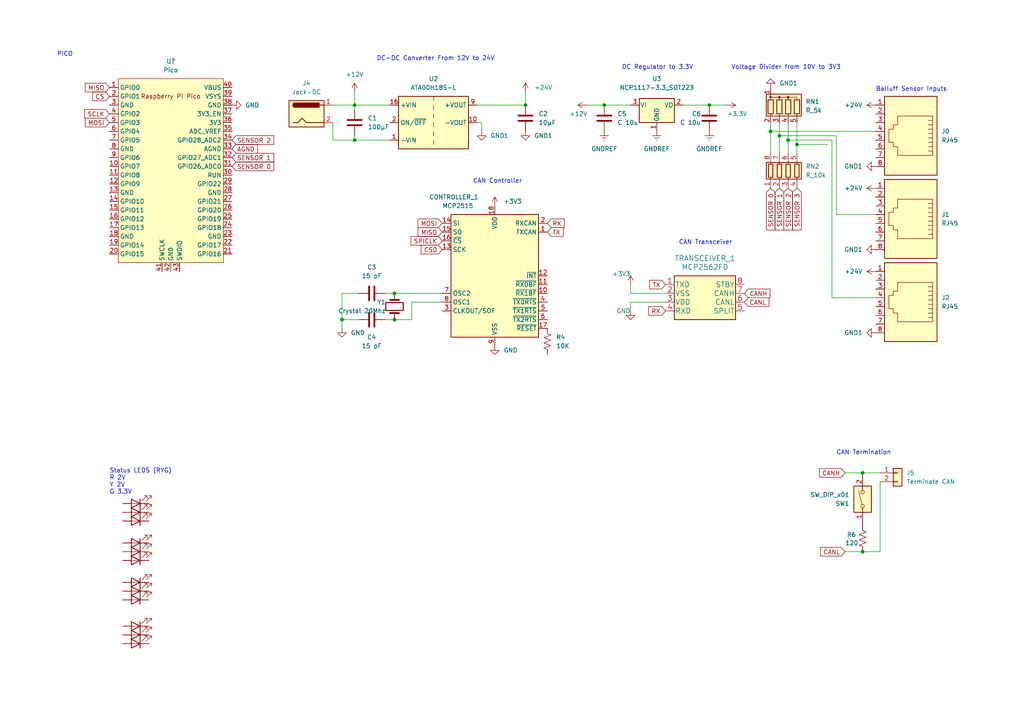
<source format=kicad_sch>
(kicad_sch (version 20211123) (generator eeschema)
  (paper "A4")
  (lib_symbols
    (symbol "Connector:Jack-DC" (pin_names (offset 1.016))
      (property "Reference" "J" (at 0 5.334 0))
      (property "Value" "Jack-DC" (at 0 -5.08 0))
      (symbol "Jack-DC_0_1"
        (rectangle (start -5.08 3.81) (end 5.08 -3.81) (stroke (width 0.254)) (fill (type background)))
        (arc (start -3.302 3.175) (mid -3.937 2.54) (end -3.302 1.905) (stroke (width 0.254)))
        (arc (start -3.302 3.175) (mid -3.937 2.54) (end -3.302 1.905) (stroke (width 0.254)) (fill (type outline)))
        (polyline (pts (xy 5.08 2.54) (xy 3.81 2.54)) (stroke (width 0.254)))
        (polyline (pts (xy -3.81 -2.54) (xy -2.54 -2.54) (xy -1.27 -1.27) (xy 0 -2.54) (xy 2.54 -2.54) (xy 5.08 -2.54)) (stroke (width 0.254)))
        (rectangle (start 3.683 3.175) (end -3.302 1.905) (stroke (width 0.254)) (fill (type outline)))
      )
      (symbol "Jack-DC_1_1"
        (pin passive line (at 7.62 2.54 180) (length 2.54) (name "~") (number "1"))
        (pin passive line (at 7.62 -2.54 180) (length 2.54) (name "~") (number "2"))
      )
    )
    (symbol "Connector:RJ45" (pin_names (offset 1.016))
      (property "Reference" "J" (at -5.08 13.97 0))
      (property "Value" "RJ45" (at 2.54 13.97 0))
      (symbol "RJ45_0_1"
        (polyline (pts (xy -5.08 4.445) (xy -6.35 4.445)))
        (polyline (pts (xy -5.08 5.715) (xy -6.35 5.715)))
        (polyline (pts (xy -6.35 -3.175) (xy -5.08 -3.175) (xy -5.08 -3.175)))
        (polyline (pts (xy -6.35 -1.905) (xy -5.08 -1.905) (xy -5.08 -1.905)))
        (polyline (pts (xy -6.35 -0.635) (xy -5.08 -0.635) (xy -5.08 -0.635)))
        (polyline (pts (xy -6.35 0.635) (xy -5.08 0.635) (xy -5.08 0.635)))
        (polyline (pts (xy -6.35 1.905) (xy -5.08 1.905) (xy -5.08 1.905)))
        (polyline (pts (xy -5.08 3.175) (xy -6.35 3.175) (xy -6.35 3.175)))
        (polyline (pts (xy -6.35 -4.445) (xy -6.35 6.985) (xy 3.81 6.985) (xy 3.81 4.445) (xy 5.08 4.445) (xy 5.08 3.175) (xy 6.35 3.175) (xy 6.35 -0.635) (xy 5.08 -0.635) (xy 5.08 -1.905) (xy 3.81 -1.905) (xy 3.81 -4.445) (xy -6.35 -4.445) (xy -6.35 -4.445)))
        (rectangle (start 7.62 12.7) (end -7.62 -10.16) (stroke (width 0.254)) (fill (type background)))
      )
      (symbol "RJ45_1_1"
        (pin passive line (at 10.16 -7.62 180) (length 2.54) (name "~") (number "1"))
        (pin passive line (at 10.16 -5.08 180) (length 2.54) (name "~") (number "2"))
        (pin passive line (at 10.16 -2.54 180) (length 2.54) (name "~") (number "3"))
        (pin passive line (at 10.16 0 180) (length 2.54) (name "~") (number "4"))
        (pin passive line (at 10.16 2.54 180) (length 2.54) (name "~") (number "5"))
        (pin passive line (at 10.16 5.08 180) (length 2.54) (name "~") (number "6"))
        (pin passive line (at 10.16 7.62 180) (length 2.54) (name "~") (number "7"))
        (pin passive line (at 10.16 10.16 180) (length 2.54) (name "~") (number "8"))
      )
    )
    (symbol "Connector_Generic:Conn_01x02" (pin_names (offset 1.016) hide)
      (property "Reference" "J" (at 0 2.54 0))
      (property "Value" "Conn_01x02" (at 0 -5.08 0))
      (symbol "Conn_01x02_1_1"
        (rectangle (start -1.27 -2.413) (end 0 -2.667) (stroke (width 0.1524)))
        (rectangle (start -1.27 0.127) (end 0 -0.127) (stroke (width 0.1524)))
        (rectangle (start -1.27 1.27) (end 1.27 -3.81) (stroke (width 0.254)) (fill (type background)))
        (pin passive line (at -5.08 0 0) (length 3.81) (name "Pin_1") (number "1"))
        (pin passive line (at -5.08 -2.54 0) (length 3.81) (name "Pin_2") (number "2"))
      )
    )
    (symbol "Converter_DCDC:ATA00H18S-L"
      (property "Reference" "U" (at 0 11.43 0))
      (property "Value" "ATA00H18S-L" (at 0 8.89 0))
      (symbol "ATA00H18S-L_0_1"
        (rectangle (start -10.16 7.62) (end 10.16 -7.62) (stroke (width 0.254)) (fill (type background)))
        (polyline (pts (xy 0 -5.08) (xy 0 -6.35)))
        (polyline (pts (xy 0 -2.54) (xy 0 -3.81)))
        (polyline (pts (xy 0 0) (xy 0 -1.27)))
        (polyline (pts (xy 0 2.54) (xy 0 1.27)))
        (polyline (pts (xy 0 5.08) (xy 0 3.81)))
        (polyline (pts (xy 0 7.62) (xy 0 6.35)))
      )
      (symbol "ATA00H18S-L_1_1"
        (pin power_in line (at -12.7 -5.08 0) (length 2.54) (name "-VIN") (number "1"))
        (pin power_out line (at 12.7 0 180) (length 2.54) (name "-VOUT") (number "10"))
        (pin power_in line (at -12.7 5.08 0) (length 2.54) (name "+VIN") (number "16"))
        (pin input line (at -12.7 0 0) (length 2.54) (name "ON/~{OFF}") (number "2"))
        (pin no_connect line (at 10.16 -2.54 180) (length 2.54) hide (name "NC") (number "7"))
        (pin no_connect line (at 10.16 -5.08 180) (length 2.54) hide (name "NC") (number "8"))
        (pin power_out line (at 12.7 5.08 180) (length 2.54) (name "+VOUT") (number "9"))
      )
    )
    (symbol "Device:C" (pin_numbers hide) (pin_names (offset 0.254))
      (property "Reference" "C" (at 0.635 2.54 0))
      (property "Value" "C" (at 0.635 -2.54 0))
      (symbol "C_0_1"
        (polyline (pts (xy -2.032 -0.762) (xy 2.032 -0.762)) (stroke (width 0.508)))
        (polyline (pts (xy -2.032 0.762) (xy 2.032 0.762)) (stroke (width 0.508)))
      )
      (symbol "C_1_1"
        (pin passive line (at 0 3.81 270) (length 2.794) (name "~") (number "1"))
        (pin passive line (at 0 -3.81 90) (length 2.794) (name "~") (number "2"))
      )
    )
    (symbol "Device:Crystal" (pin_numbers hide) (pin_names (offset 1.016) hide)
      (property "Reference" "Y" (at 0 3.81 0))
      (property "Value" "Crystal" (at 0 -3.81 0))
      (symbol "Crystal_0_1"
        (rectangle (start -1.143 2.54) (end 1.143 -2.54) (stroke (width 0.3048)))
        (polyline (pts (xy -2.54 0) (xy -1.905 0)))
        (polyline (pts (xy -1.905 -1.27) (xy -1.905 1.27)) (stroke (width 0.508)))
        (polyline (pts (xy 1.905 -1.27) (xy 1.905 1.27)) (stroke (width 0.508)))
        (polyline (pts (xy 2.54 0) (xy 1.905 0)))
      )
      (symbol "Crystal_1_1"
        (pin passive line (at -3.81 0 0) (length 1.27) (name "1") (number "1"))
        (pin passive line (at 3.81 0 180) (length 1.27) (name "2") (number "2"))
      )
    )
    (symbol "Device:LED" (pin_numbers hide) (pin_names (offset 1.016) hide)
      (property "Reference" "D" (at 0 2.54 0))
      (property "Value" "LED" (at 0 -2.54 0))
      (symbol "LED_0_1"
        (polyline (pts (xy -1.27 -1.27) (xy -1.27 1.27)) (stroke (width 0.254)))
        (polyline (pts (xy -1.27 0) (xy 1.27 0)))
        (polyline (pts (xy 1.27 -1.27) (xy 1.27 1.27) (xy -1.27 0) (xy 1.27 -1.27)) (stroke (width 0.254)))
        (polyline (pts (xy -3.048 -0.762) (xy -4.572 -2.286) (xy -3.81 -2.286) (xy -4.572 -2.286) (xy -4.572 -1.524)))
        (polyline (pts (xy -1.778 -0.762) (xy -3.302 -2.286) (xy -2.54 -2.286) (xy -3.302 -2.286) (xy -3.302 -1.524)))
      )
      (symbol "LED_1_1"
        (pin passive line (at -3.81 0 0) (length 2.54) (name "K") (number "1"))
        (pin passive line (at 3.81 0 180) (length 2.54) (name "A") (number "2"))
      )
    )
    (symbol "Device:R_Network04" (pin_names (offset 0) hide)
      (property "Reference" "RN" (at -7.62 0 90))
      (property "Value" "R_Network04" (at 5.08 0 90))
      (symbol "R_Network04_0_1"
        (rectangle (start -6.35 -3.175) (end 3.81 3.175) (stroke (width 0.254)) (fill (type background)))
        (rectangle (start -5.842 1.524) (end -4.318 -2.54) (stroke (width 0.254)))
        (circle (center -5.08 2.286) (radius 0.254) (fill (type outline)))
        (rectangle (start -3.302 1.524) (end -1.778 -2.54) (stroke (width 0.254)))
        (circle (center -2.54 2.286) (radius 0.254) (fill (type outline)))
        (rectangle (start -0.762 1.524) (end 0.762 -2.54) (stroke (width 0.254)))
        (polyline (pts (xy -5.08 -2.54) (xy -5.08 -3.81)))
        (polyline (pts (xy -2.54 -2.54) (xy -2.54 -3.81)))
        (polyline (pts (xy 0 -2.54) (xy 0 -3.81)))
        (polyline (pts (xy 2.54 -2.54) (xy 2.54 -3.81)))
        (polyline (pts (xy -5.08 1.524) (xy -5.08 2.286) (xy -2.54 2.286) (xy -2.54 1.524)))
        (polyline (pts (xy -2.54 1.524) (xy -2.54 2.286) (xy 0 2.286) (xy 0 1.524)))
        (polyline (pts (xy 0 1.524) (xy 0 2.286) (xy 2.54 2.286) (xy 2.54 1.524)))
        (circle (center 0 2.286) (radius 0.254) (fill (type outline)))
        (rectangle (start 1.778 1.524) (end 3.302 -2.54) (stroke (width 0.254)))
      )
      (symbol "R_Network04_1_1"
        (pin passive line (at -5.08 5.08 270) (length 2.54) (name "common") (number "1"))
        (pin passive line (at -5.08 -5.08 90) (length 1.27) (name "R1") (number "2"))
        (pin passive line (at -2.54 -5.08 90) (length 1.27) (name "R2") (number "3"))
        (pin passive line (at 0 -5.08 90) (length 1.27) (name "R3") (number "4"))
        (pin passive line (at 2.54 -5.08 90) (length 1.27) (name "R4") (number "5"))
      )
    )
    (symbol "Device:R_Pack04" (pin_names (offset 0) hide)
      (property "Reference" "RN" (at -7.62 0 90))
      (property "Value" "R_Pack04" (at 5.08 0 90))
      (symbol "R_Pack04_0_1"
        (rectangle (start -6.35 -2.413) (end 3.81 2.413) (stroke (width 0.254)) (fill (type background)))
        (rectangle (start -5.715 1.905) (end -4.445 -1.905) (stroke (width 0.254)))
        (rectangle (start -3.175 1.905) (end -1.905 -1.905) (stroke (width 0.254)))
        (rectangle (start -0.635 1.905) (end 0.635 -1.905) (stroke (width 0.254)))
        (polyline (pts (xy -5.08 -2.54) (xy -5.08 -1.905)))
        (polyline (pts (xy -5.08 1.905) (xy -5.08 2.54)))
        (polyline (pts (xy -2.54 -2.54) (xy -2.54 -1.905)))
        (polyline (pts (xy -2.54 1.905) (xy -2.54 2.54)))
        (polyline (pts (xy 0 -2.54) (xy 0 -1.905)))
        (polyline (pts (xy 0 1.905) (xy 0 2.54)))
        (polyline (pts (xy 2.54 -2.54) (xy 2.54 -1.905)))
        (polyline (pts (xy 2.54 1.905) (xy 2.54 2.54)))
        (rectangle (start 1.905 1.905) (end 3.175 -1.905) (stroke (width 0.254)))
      )
      (symbol "R_Pack04_1_1"
        (pin passive line (at -5.08 -5.08 90) (length 2.54) (name "R1.1") (number "1"))
        (pin passive line (at -2.54 -5.08 90) (length 2.54) (name "R2.1") (number "2"))
        (pin passive line (at 0 -5.08 90) (length 2.54) (name "R3.1") (number "3"))
        (pin passive line (at 2.54 -5.08 90) (length 2.54) (name "R4.1") (number "4"))
        (pin passive line (at 2.54 5.08 270) (length 2.54) (name "R4.2") (number "5"))
        (pin passive line (at 0 5.08 270) (length 2.54) (name "R3.2") (number "6"))
        (pin passive line (at -2.54 5.08 270) (length 2.54) (name "R2.2") (number "7"))
        (pin passive line (at -5.08 5.08 270) (length 2.54) (name "R1.2") (number "8"))
      )
    )
    (symbol "Device:R_US" (pin_numbers hide) (pin_names (offset 0))
      (property "Reference" "R" (at 2.54 0 90))
      (property "Value" "R_US" (at -2.54 0 90))
      (symbol "R_US_0_1"
        (polyline (pts (xy 0 -2.286) (xy 0 -2.54)))
        (polyline (pts (xy 0 2.286) (xy 0 2.54)))
        (polyline (pts (xy 0 -0.762) (xy 1.016 -1.143) (xy 0 -1.524) (xy -1.016 -1.905) (xy 0 -2.286)))
        (polyline (pts (xy 0 0.762) (xy 1.016 0.381) (xy 0 0) (xy -1.016 -0.381) (xy 0 -0.762)))
        (polyline (pts (xy 0 2.286) (xy 1.016 1.905) (xy 0 1.524) (xy -1.016 1.143) (xy 0 0.762)))
      )
      (symbol "R_US_1_1"
        (pin passive line (at 0 3.81 270) (length 1.27) (name "~") (number "1"))
        (pin passive line (at 0 -3.81 90) (length 1.27) (name "~") (number "2"))
      )
    )
    (symbol "Interface_CAN_LIN:MCP2515-xSO"
      (property "Reference" "U" (at -10.16 19.685 0))
      (property "Value" "MCP2515-xSO" (at 19.05 20.32 0))
      (symbol "MCP2515-xSO_0_1"
        (rectangle (start -12.7 17.78) (end 12.7 -17.78) (stroke (width 0.254)) (fill (type background)))
      )
      (symbol "MCP2515-xSO_1_1"
        (pin output line (at 15.24 12.7 180) (length 2.54) (name "TXCAN") (number "1"))
        (pin output line (at 15.24 -5.08 180) (length 2.54) (name "~{RX1BF}") (number "10"))
        (pin output line (at 15.24 -2.54 180) (length 2.54) (name "~{RX0BF}") (number "11"))
        (pin output line (at 15.24 0 180) (length 2.54) (name "~{INT}") (number "12"))
        (pin input line (at -15.24 7.62 0) (length 2.54) (name "SCK") (number "13"))
        (pin input line (at -15.24 15.24 0) (length 2.54) (name "SI") (number "14"))
        (pin output line (at -15.24 12.7 0) (length 2.54) (name "SO") (number "15"))
        (pin input line (at -15.24 10.16 0) (length 2.54) (name "~{CS}") (number "16"))
        (pin input line (at 15.24 -15.24 180) (length 2.54) (name "~{RESET}") (number "17"))
        (pin power_in line (at 0 20.32 270) (length 2.54) (name "VDD") (number "18"))
        (pin input line (at 15.24 15.24 180) (length 2.54) (name "RXCAN") (number "2"))
        (pin output line (at -15.24 -10.16 0) (length 2.54) (name "CLKOUT/SOF") (number "3"))
        (pin input line (at 15.24 -7.62 180) (length 2.54) (name "~{TX0RTS}") (number "4"))
        (pin input line (at 15.24 -10.16 180) (length 2.54) (name "~{TX1RTS}") (number "5"))
        (pin input line (at 15.24 -12.7 180) (length 2.54) (name "~{TX2RTS}") (number "6"))
        (pin output line (at -15.24 -5.08 0) (length 2.54) (name "OSC2") (number "7"))
        (pin input line (at -15.24 -7.62 0) (length 2.54) (name "OSC1") (number "8"))
        (pin power_in line (at 0 -20.32 90) (length 2.54) (name "VSS") (number "9"))
      )
    )
    (symbol "MCP2562FD:MCP2562FD-H{slash}P" (pin_names (offset 0.254))
      (property "Reference" "U?" (at 16.51 9.779 0))
      (property "Value" "MCP2562FD-H/P" (at 16.51 5.969 0))
      (symbol "MCP2562FD-H{slash}P_0_1"
        (rectangle (start 7.62 2.54) (end 25.4 -10.16) (stroke (width 0.254)) (fill (type background)))
      )
      (symbol "MCP2562FD-H{slash}P_1_1"
        (pin input line (at 5.08 0 0) (length 2.54) (name "TXD") (number "1"))
        (pin power_in line (at 5.08 -2.54 0) (length 2.54) (name "VSS") (number "2"))
        (pin power_in line (at 5.08 -5.08 0) (length 2.54) (name "VDD") (number "3"))
        (pin output line (at 5.08 -7.62 0) (length 2.54) (name "RXD") (number "4"))
        (pin unspecified line (at 27.94 -7.62 180) (length 2.54) (name "SPLIT") (number "5"))
        (pin bidirectional line (at 27.94 -5.08 180) (length 2.54) (name "CANL") (number "6"))
        (pin bidirectional line (at 27.94 -2.54 180) (length 2.54) (name "CANH") (number "7"))
        (pin input line (at 27.94 0 180) (length 2.54) (name "STBY") (number "8"))
      )
    )
    (symbol "MCU_RaspberryPi_and_Boards:Pico"
      (property "Reference" "U" (at -13.97 27.94 0))
      (property "Value" "Pico" (at 0 19.05 0))
      (symbol "Pico_0_0"
        (text "Raspberry Pi Pico" (at 0 21.59 0) (effects (font (size 1.27 1.27))))
      )
      (symbol "Pico_0_1"
        (rectangle (start -15.24 26.67) (end 15.24 -26.67) (fill (type background)))
      )
      (symbol "Pico_1_1"
        (pin bidirectional line (at -17.78 24.13 0) (length 2.54) (name "GPIO0") (number "1"))
        (pin bidirectional line (at -17.78 1.27 0) (length 2.54) (name "GPIO7") (number "10"))
        (pin bidirectional line (at -17.78 -1.27 0) (length 2.54) (name "GPIO8") (number "11"))
        (pin bidirectional line (at -17.78 -3.81 0) (length 2.54) (name "GPIO9") (number "12"))
        (pin power_in line (at -17.78 -6.35 0) (length 2.54) (name "GND") (number "13"))
        (pin bidirectional line (at -17.78 -8.89 0) (length 2.54) (name "GPIO10") (number "14"))
        (pin bidirectional line (at -17.78 -11.43 0) (length 2.54) (name "GPIO11") (number "15"))
        (pin bidirectional line (at -17.78 -13.97 0) (length 2.54) (name "GPIO12") (number "16"))
        (pin bidirectional line (at -17.78 -16.51 0) (length 2.54) (name "GPIO13") (number "17"))
        (pin power_in line (at -17.78 -19.05 0) (length 2.54) (name "GND") (number "18"))
        (pin bidirectional line (at -17.78 -21.59 0) (length 2.54) (name "GPIO14") (number "19"))
        (pin bidirectional line (at -17.78 21.59 0) (length 2.54) (name "GPIO1") (number "2"))
        (pin bidirectional line (at -17.78 -24.13 0) (length 2.54) (name "GPIO15") (number "20"))
        (pin bidirectional line (at 17.78 -24.13 180) (length 2.54) (name "GPIO16") (number "21"))
        (pin bidirectional line (at 17.78 -21.59 180) (length 2.54) (name "GPIO17") (number "22"))
        (pin power_in line (at 17.78 -19.05 180) (length 2.54) (name "GND") (number "23"))
        (pin bidirectional line (at 17.78 -16.51 180) (length 2.54) (name "GPIO18") (number "24"))
        (pin bidirectional line (at 17.78 -13.97 180) (length 2.54) (name "GPIO19") (number "25"))
        (pin bidirectional line (at 17.78 -11.43 180) (length 2.54) (name "GPIO20") (number "26"))
        (pin bidirectional line (at 17.78 -8.89 180) (length 2.54) (name "GPIO21") (number "27"))
        (pin power_in line (at 17.78 -6.35 180) (length 2.54) (name "GND") (number "28"))
        (pin bidirectional line (at 17.78 -3.81 180) (length 2.54) (name "GPIO22") (number "29"))
        (pin power_in line (at -17.78 19.05 0) (length 2.54) (name "GND") (number "3"))
        (pin input line (at 17.78 -1.27 180) (length 2.54) (name "RUN") (number "30"))
        (pin bidirectional line (at 17.78 1.27 180) (length 2.54) (name "GPIO26_ADC0") (number "31"))
        (pin bidirectional line (at 17.78 3.81 180) (length 2.54) (name "GPIO27_ADC1") (number "32"))
        (pin power_in line (at 17.78 6.35 180) (length 2.54) (name "AGND") (number "33"))
        (pin bidirectional line (at 17.78 8.89 180) (length 2.54) (name "GPIO28_ADC2") (number "34"))
        (pin power_in line (at 17.78 11.43 180) (length 2.54) (name "ADC_VREF") (number "35"))
        (pin power_in line (at 17.78 13.97 180) (length 2.54) (name "3V3") (number "36"))
        (pin input line (at 17.78 16.51 180) (length 2.54) (name "3V3_EN") (number "37"))
        (pin bidirectional line (at 17.78 19.05 180) (length 2.54) (name "GND") (number "38"))
        (pin power_in line (at 17.78 21.59 180) (length 2.54) (name "VSYS") (number "39"))
        (pin bidirectional line (at -17.78 16.51 0) (length 2.54) (name "GPIO2") (number "4"))
        (pin power_in line (at 17.78 24.13 180) (length 2.54) (name "VBUS") (number "40"))
        (pin input line (at -2.54 -29.21 90) (length 2.54) (name "SWCLK") (number "41"))
        (pin power_in line (at 0 -29.21 90) (length 2.54) (name "GND") (number "42"))
        (pin bidirectional line (at 2.54 -29.21 90) (length 2.54) (name "SWDIO") (number "43"))
        (pin bidirectional line (at -17.78 13.97 0) (length 2.54) (name "GPIO3") (number "5"))
        (pin bidirectional line (at -17.78 11.43 0) (length 2.54) (name "GPIO4") (number "6"))
        (pin bidirectional line (at -17.78 8.89 0) (length 2.54) (name "GPIO5") (number "7"))
        (pin power_in line (at -17.78 6.35 0) (length 2.54) (name "GND") (number "8"))
        (pin bidirectional line (at -17.78 3.81 0) (length 2.54) (name "GPIO6") (number "9"))
      )
    )
    (symbol "Regulator_Linear:NCP1117-3.3_SOT223" (pin_names (offset 0.254))
      (property "Reference" "U" (at -3.81 3.175 0))
      (property "Value" "NCP1117-3.3_SOT223" (at 0 3.175 0))
      (symbol "NCP1117-3.3_SOT223_0_1"
        (rectangle (start -5.08 -5.08) (end 5.08 1.905) (stroke (width 0.254)) (fill (type background)))
      )
      (symbol "NCP1117-3.3_SOT223_1_1"
        (pin power_in line (at 0 -7.62 90) (length 2.54) (name "GND") (number "1"))
        (pin power_out line (at 7.62 0 180) (length 2.54) (name "VO") (number "2"))
        (pin power_in line (at -7.62 0 0) (length 2.54) (name "VI") (number "3"))
      )
    )
    (symbol "Switch:SW_DIP_x01" (pin_names (offset 0) hide)
      (property "Reference" "SW" (at 0 3.81 0))
      (property "Value" "SW_DIP_x01" (at 0 -3.81 0))
      (symbol "SW_DIP_x01_0_0"
        (circle (center -2.032 0) (radius 0.508))
        (polyline (pts (xy -1.524 0.127) (xy 2.3622 1.1684)))
        (circle (center 2.032 0) (radius 0.508))
      )
      (symbol "SW_DIP_x01_0_1"
        (rectangle (start -3.81 2.54) (end 3.81 -2.54) (stroke (width 0.254)) (fill (type background)))
      )
      (symbol "SW_DIP_x01_1_1"
        (pin passive line (at -7.62 0 0) (length 5.08) (name "~") (number "1"))
        (pin passive line (at 7.62 0 180) (length 5.08) (name "~") (number "2"))
      )
    )
    (symbol "power:+12V" (power) (pin_names (offset 0))
      (property "Value" "+12V" (at 0 3.556 0))
      (symbol "+12V_0_1"
        (polyline (pts (xy -0.762 1.27) (xy 0 2.54)))
        (polyline (pts (xy 0 0) (xy 0 2.54)))
        (polyline (pts (xy 0 2.54) (xy 0.762 1.27)))
      )
      (symbol "+12V_1_1"
        (pin power_in line (at 0 0 90) (length 0) hide (name "+12V") (number "1"))
      )
    )
    (symbol "power:+24V" (power) (pin_names (offset 0))
      (property "Value" "+24V" (at 0 3.556 0))
      (symbol "+24V_0_1"
        (polyline (pts (xy -0.762 1.27) (xy 0 2.54)))
        (polyline (pts (xy 0 0) (xy 0 2.54)))
        (polyline (pts (xy 0 2.54) (xy 0.762 1.27)))
      )
      (symbol "+24V_1_1"
        (pin power_in line (at 0 0 90) (length 0) hide (name "+24V") (number "1"))
      )
    )
    (symbol "power:+3.3V" (power) (pin_names (offset 0))
      (property "Value" "+3.3V" (at 0 3.556 0))
      (symbol "+3.3V_0_1"
        (polyline (pts (xy -0.762 1.27) (xy 0 2.54)))
        (polyline (pts (xy 0 0) (xy 0 2.54)))
        (polyline (pts (xy 0 2.54) (xy 0.762 1.27)))
      )
      (symbol "+3.3V_1_1"
        (pin power_in line (at 0 0 90) (length 0) hide (name "+3.3V") (number "1"))
      )
    )
    (symbol "power:+3V3" (power) (pin_names (offset 0))
      (property "Value" "+3V3" (at 0 3.556 0))
      (symbol "+3V3_0_1"
        (polyline (pts (xy -0.762 1.27) (xy 0 2.54)))
        (polyline (pts (xy 0 0) (xy 0 2.54)))
        (polyline (pts (xy 0 2.54) (xy 0.762 1.27)))
      )
      (symbol "+3V3_1_1"
        (pin power_in line (at 0 0 90) (length 0) hide (name "+3V3") (number "1"))
      )
    )
    (symbol "power:GND" (power) (pin_names (offset 0))
      (property "Value" "GND" (at 0 -3.81 0))
      (symbol "GND_0_1"
        (polyline (pts (xy 0 0) (xy 0 -1.27) (xy 1.27 -1.27) (xy 0 -2.54) (xy -1.27 -1.27) (xy 0 -1.27)))
      )
      (symbol "GND_1_1"
        (pin power_in line (at 0 0 270) (length 0) hide (name "GND") (number "1"))
      )
    )
    (symbol "power:GND1" (power) (pin_names (offset 0))
      (property "Value" "GND1" (at 0 -3.81 0))
      (symbol "GND1_0_1"
        (polyline (pts (xy 0 0) (xy 0 -1.27) (xy 1.27 -1.27) (xy 0 -2.54) (xy -1.27 -1.27) (xy 0 -1.27)))
      )
      (symbol "GND1_1_1"
        (pin power_in line (at 0 0 270) (length 0) hide (name "GND1") (number "1"))
      )
    )
    (symbol "power:GNDREF" (power) (pin_names (offset 0))
      (property "Value" "GNDREF" (at 0 -3.81 0))
      (symbol "GNDREF_0_1"
        (polyline (pts (xy -0.635 -1.905) (xy 0.635 -1.905)))
        (polyline (pts (xy -0.127 -2.54) (xy 0.127 -2.54)))
        (polyline (pts (xy 0 -1.27) (xy 0 0)))
        (polyline (pts (xy 1.27 -1.27) (xy -1.27 -1.27)))
      )
      (symbol "GNDREF_1_1"
        (pin power_in line (at 0 0 270) (length 0) hide (name "GNDREF") (number "1"))
      )
    )
  )
  (junction (at 231.14 41.91))
  (junction (at 205.74 30.48))
  (junction (at 250.19 160.02))
  (junction (at 226.06 39.37))
  (junction (at 114.427 92.71))
  (junction (at 102.87 40.64))
  (junction (at 175.26 30.48))
  (junction (at 102.87 30.48))
  (junction (at 250.19 137.16))
  (junction (at 152.4 30.48))
  (junction (at 223.52 38.1))
  (junction (at 114.427 85.09))
  (junction (at 228.6 40.64))
  (junction (at 99.187 92.71))
  (wire (pts (xy 223.52 38.1) (xy 254 38.1)))
  (wire (pts (xy 242.57 62.23) (xy 242.57 39.37)))
  (wire (pts (xy 138.43 30.48) (xy 152.4 30.48)))
  (wire (pts (xy 198.12 30.48) (xy 205.74 30.48)))
  (wire (pts (xy 241.3 40.64) (xy 228.6 40.64)))
  (wire (pts (xy 175.26 30.48) (xy 182.88 30.48)))
  (wire (pts (xy 96.52 30.48) (xy 102.87 30.48)))
  (wire (pts (xy 114.427 92.71) (xy 119.4142 92.71)))
  (wire (pts (xy 111.633 85.09) (xy 114.427 85.09)))
  (wire (pts (xy 255.27 160.02) (xy 250.19 160.02)))
  (wire (pts (xy 182.88 87.63) (xy 193.04 87.63)))
  (wire (pts (xy 240.03 41.91) (xy 231.14 41.91)))
  (wire (pts (xy 102.87 40.64) (xy 113.03 40.64)))
  (wire (pts (xy 102.87 30.48) (xy 113.03 30.48)))
  (wire (pts (xy 99.187 85.09) (xy 99.187 92.71)))
  (wire (pts (xy 102.87 26.67) (xy 102.87 30.48)))
  (wire (pts (xy 250.19 137.16) (xy 255.27 137.16)))
  (wire (pts (xy 170.18 30.48) (xy 175.26 30.48)))
  (wire (pts (xy 104.013 85.09) (xy 99.187 85.09)))
  (wire (pts (xy 99.187 92.71) (xy 99.187 95.25)))
  (wire (pts (xy 226.06 35.56) (xy 226.06 39.37)))
  (wire (pts (xy 114.427 85.09) (xy 128.27 85.09)))
  (wire (pts (xy 182.88 85.09) (xy 182.88 82.55)))
  (wire (pts (xy 182.88 85.09) (xy 193.04 85.09)))
  (wire (pts (xy 228.6 40.64) (xy 228.6 44.45)))
  (wire (pts (xy 104.013 92.71) (xy 99.187 92.71)))
  (wire (pts (xy 254 62.23) (xy 242.57 62.23)))
  (wire (pts (xy 226.06 39.37) (xy 226.06 44.45)))
  (wire (pts (xy 231.14 41.91) (xy 231.14 44.45)))
  (wire (pts (xy 119.4142 87.63) (xy 128.27 87.63)))
  (wire (pts (xy 241.3 86.36) (xy 241.3 40.64)))
  (wire (pts (xy 96.52 40.64) (xy 96.52 35.56)))
  (wire (pts (xy 245.11 137.16) (xy 250.19 137.16)))
  (wire (pts (xy 228.6 35.56) (xy 228.6 40.64)))
  (wire (pts (xy 223.52 35.56) (xy 223.52 38.1)))
  (wire (pts (xy 102.87 39.37) (xy 102.87 40.64)))
  (wire (pts (xy 255.27 139.7) (xy 255.27 160.02)))
  (wire (pts (xy 245.11 160.02) (xy 250.19 160.02)))
  (wire (pts (xy 205.74 30.48) (xy 210.82 30.48)))
  (wire (pts (xy 152.4 26.67) (xy 152.4 30.48)))
  (wire (pts (xy 254 86.36) (xy 241.3 86.36)))
  (wire (pts (xy 138.43 35.56) (xy 139.7 35.56)))
  (wire (pts (xy 111.633 92.71) (xy 114.427 92.71)))
  (wire (pts (xy 119.4142 92.71) (xy 119.4142 87.63)))
  (wire (pts (xy 182.88 87.63) (xy 182.88 90.17)))
  (wire (pts (xy 96.52 40.64) (xy 102.87 40.64)))
  (wire (pts (xy 226.06 39.37) (xy 242.57 39.37)))
  (wire (pts (xy 102.87 31.75) (xy 102.87 30.48)))
  (wire (pts (xy 139.7 35.56) (xy 139.7 38.1)))
  (wire (pts (xy 223.52 38.1) (xy 223.52 44.45)))
  (wire (pts (xy 231.14 35.56) (xy 231.14 41.91)))
  (text "Status LEDS (RYG)\nR 2V\nY 2V\nG 3.3V\n" (at 31.75 143.51 0) (effects (font (size 1.27 1.27)) (justify left bottom)))
  (text "CAN Controller\n" (at 137.16 53.34 0) (effects (font (size 1.27 1.27)) (justify left bottom)))
  (text "Balluff Sensor Inputs" (at 254 26.67 0) (effects (font (size 1.27 1.27)) (justify left bottom)))
  (text "CAN Termination" (at 242.57 132.08 0) (effects (font (size 1.27 1.27)) (justify left bottom)))
  (text "DC-DC Converter From 12V to 24V\n" (at 109.22 17.78 0) (effects (font (size 1.27 1.27)) (justify left bottom)))
  (text "CAN Transceiver" (at 196.85 71.12 0) (effects (font (size 1.27 1.27)) (justify left bottom)))
  (text "Voltage Divider from 10V to 3V3" (at 212.09 20.32 0) (effects (font (size 1.27 1.27)) (justify left bottom)))
  (text "PICO" (at 16.51 16.51 0) (effects (font (size 1.27 1.27)) (justify left bottom)))
  (text "DC Regulator to 3.3V\n" (at 180.34 20.32 0) (effects (font (size 1.27 1.27)) (justify left bottom)))
  (global_label "SPICLK" (shape input) (at 128.27 69.85 180) (property "Intersheet References" "${INTERSHEET_REFS}" (effects hide)))
  (global_label "CS" (shape input) (at 31.75 27.94 180) (property "Intersheet References" "${INTERSHEET_REFS}" (effects hide)))
  (global_label "CANH" (shape input) (at 215.9 85.09 0) (property "Intersheet References" "${INTERSHEET_REFS}" (effects hide)))
  (global_label "MOSI" (shape input) (at 31.75 35.56 180) (property "Intersheet References" "${INTERSHEET_REFS}" (effects hide)))
  (global_label "SENSOR 1" (shape input) (at 226.06 54.61 270) (property "Intersheet References" "${INTERSHEET_REFS}" (effects hide)))
  (global_label "CANL" (shape input) (at 245.11 160.02 180) (property "Intersheet References" "${INTERSHEET_REFS}" (effects hide)))
  (global_label "SENSOR 0" (shape input) (at 67.31 48.26 0) (property "Intersheet References" "${INTERSHEET_REFS}" (effects hide)))
  (global_label "SENSOR 2" (shape input) (at 67.31 40.64 0) (property "Intersheet References" "${INTERSHEET_REFS}" (effects hide)))
  (global_label "MOSI" (shape input) (at 128.27 64.77 180) (property "Intersheet References" "${INTERSHEET_REFS}" (effects hide)))
  (global_label "MISO" (shape input) (at 31.75 25.4 180) (property "Intersheet References" "${INTERSHEET_REFS}" (effects hide)))
  (global_label "CANL" (shape input) (at 215.9 87.63 0) (property "Intersheet References" "${INTERSHEET_REFS}" (effects hide)))
  (global_label "SENSOR 2" (shape input) (at 228.6 54.61 270) (property "Intersheet References" "${INTERSHEET_REFS}" (effects hide)))
  (global_label "SENSOR 1" (shape input) (at 67.31 45.72 0) (property "Intersheet References" "${INTERSHEET_REFS}" (effects hide)))
  (global_label "TX" (shape input) (at 193.04 82.55 180) (property "Intersheet References" "${INTERSHEET_REFS}" (effects hide)))
  (global_label "MISO" (shape input) (at 128.27 67.31 180) (property "Intersheet References" "${INTERSHEET_REFS}" (effects hide)))
  (global_label "CANH" (shape input) (at 245.11 137.16 180) (property "Intersheet References" "${INTERSHEET_REFS}" (effects hide)))
  (global_label "SENSOR 3" (shape input) (at 231.14 54.61 270) (property "Intersheet References" "${INTERSHEET_REFS}" (effects hide)))
  (global_label "RX" (shape input) (at 158.75 64.77 0) (property "Intersheet References" "${INTERSHEET_REFS}" (effects hide)))
  (global_label "CS0" (shape input) (at 128.27 72.39 180) (property "Intersheet References" "${INTERSHEET_REFS}" (effects hide)))
  (global_label "SCLK" (shape input) (at 31.75 33.02 180) (property "Intersheet References" "${INTERSHEET_REFS}" (effects hide)))
  (global_label "AGND" (shape input) (at 67.31 43.18 0) (property "Intersheet References" "${INTERSHEET_REFS}" (effects hide)))
  (global_label "SENSOR 0" (shape input) (at 223.52 54.61 270) (property "Intersheet References" "${INTERSHEET_REFS}" (effects hide)))
  (global_label "RX" (shape input) (at 193.04 90.17 180) (property "Intersheet References" "${INTERSHEET_REFS}" (effects hide)))
  (global_label "TX" (shape input) (at 158.75 67.31 0) (property "Intersheet References" "${INTERSHEET_REFS}" (effects hide)))
  (symbol (lib_id "Device:LED") (at 39.37 151.13 180) (unit 1)
    (property "Reference" "D?" (effects hide))
    (property "Value" "LED" (effects hide))
  )
  (symbol (lib_id "power:+24V") (at 254 78.74 90) (unit 1)
    (property "Reference" "#PWR027" (effects hide))
    (property "Value" "+24V" (at 250.19 78.7399 90) (effects (justify left)))
  )
  (symbol (lib_id "Connector:RJ45") (at 264.16 86.36 180) (unit 1)
    (property "Reference" "J2" (at 273.05 86.3599 0) (effects (justify right)))
    (property "Value" "RJ45" (at 273.05 88.8999 0) (effects (justify right)))
  )
  (symbol (lib_id "Device:LED") (at 39.37 157.48 180) (unit 1)
    (property "Reference" "D?" (effects hide))
    (property "Value" "LED" (effects hide))
  )
  (symbol (lib_id "Device:LED") (at 39.37 184.15 180) (unit 1)
    (property "Reference" "D?" (effects hide))
    (property "Value" "LED" (effects hide))
  )
  (symbol (lib_id "power:GND1") (at 254 48.26 270) (unit 1)
    (property "Reference" "#PWR024" (effects hide))
    (property "Value" "GND1" (at 250.19 48.2599 90) (effects (justify right)))
  )
  (symbol (lib_id "power:+12V") (at 102.87 26.67 0) (unit 1)
    (property "Reference" "#PWR03" (effects hide))
    (property "Value" "+12V" (at 102.87 21.59 0))
  )
  (symbol (lib_id "power:GND") (at 182.88 90.17 0) (mirror y) (unit 1)
    (property "Reference" "#PWR016" (effects hide))
    (property "Value" "GND" (at 182.88 90.17 0) (effects (justify left)))
  )
  (symbol (lib_id "power:GNDREF") (at 205.74 38.1 0) (unit 1)
    (property "Reference" "#PWR020" (effects hide))
    (property "Value" "GNDREF" (at 205.74 43.18 0))
  )
  (symbol (lib_id "power:GND1") (at 254 96.52 270) (unit 1)
    (property "Reference" "#PWR028" (effects hide))
    (property "Value" "GND1" (at 250.19 96.5199 90) (effects (justify right)))
  )
  (symbol (lib_id "power:GNDREF") (at 175.26 38.1 0) (unit 1)
    (property "Reference" "#PWR014" (effects hide))
    (property "Value" "GNDREF" (at 175.26 43.18 0))
  )
  (symbol (lib_id "Device:R_US") (at 250.19 156.21 0) (unit 1)
    (property "Reference" "R6" (at 245.618 155.067 0) (effects (justify left)))
    (property "Value" "120" (at 245.11 157.48 0) (effects (justify left)))
    (property "Footprint" "Resistor_THT:R_Axial_DIN0204_L3.6mm_D1.6mm_P5.08mm_Horizontal" (effects hide))
  )
  (symbol (lib_id "Device:C") (at 102.87 35.56 0) (unit 1)
    (property "Reference" "C1" (at 106.68 34.2899 0) (effects (justify left)))
    (property "Value" "100μF" (at 106.68 36.8299 0) (effects (justify left)))
    (property "Spice_Primitive" "C" (effects hide))
    (property "Spice_Model" "100u" (effects hide))
    (property "Spice_Netlist_Enabled" "Y" (effects hide))
  )
  (symbol (lib_id "Converter_DCDC:ATA00H18S-L") (at 125.73 35.56 0) (unit 1)
    (property "Reference" "U2" (at 125.73 22.86 0))
    (property "Value" "ATA00H18S-L" (at 125.73 25.4 0))
    (property "Footprint" "Converter_DCDC:Converter_DCDC_Artesyn_ATA_SMD" (effects hide))
    (property "Datasheet" "https://www.artesyn.com/power/assets/ata_series_ds_01apr2015_79c25814fd.pdf" (effects hide))
  )
  (symbol (lib_id "power:GND") (at 67.31 30.48 90) (unit 1)
    (property "Reference" "#PWR?" (effects hide))
    (property "Value" "GND" (at 71.12 30.4799 90) (effects (justify right)))
  )
  (symbol (lib_id "Switch:SW_DIP_x01") (at 250.19 144.78 90) (unit 1)
    (property "Reference" "SW1" (at 246.38 146.0501 90) (effects (justify left)))
    (property "Value" "SW_DIP_x01" (at 246.38 143.5101 90) (effects (justify left)))
  )
  (symbol (lib_id "Device:LED") (at 39.37 168.91 180) (unit 1)
    (property "Reference" "D?" (effects hide))
    (property "Value" "LED" (effects hide))
  )
  (symbol (lib_id "Connector:RJ45") (at 264.16 38.1 180) (unit 1)
    (property "Reference" "J0" (at 273.05 38.0999 0) (effects (justify right)))
    (property "Value" "RJ45" (at 273.05 40.6399 0) (effects (justify right)))
  )
  (symbol (lib_id "Device:LED") (at 39.37 181.61 180) (unit 1)
    (property "Reference" "D?" (effects hide))
    (property "Value" "LED" (effects hide))
  )
  (symbol (lib_id "Device:LED") (at 39.37 186.69 180) (unit 1)
    (property "Reference" "D?" (effects hide))
    (property "Value" "LED" (effects hide))
  )
  (symbol (lib_id "power:GND") (at 143.51 100.33 0) (unit 1)
    (property "Reference" "#PWR09" (effects hide))
    (property "Value" "GND" (at 146.05 101.5999 0) (effects (justify left)))
  )
  (symbol (lib_id "Device:LED") (at 39.37 171.45 180) (unit 1)
    (property "Reference" "D?" (effects hide))
    (property "Value" "LED" (effects hide))
  )
  (symbol (lib_id "power:+3.3V") (at 210.82 30.48 270) (unit 1)
    (property "Reference" "#PWR021" (effects hide))
    (property "Value" "+3.3V" (at 210.82 33.02 90) (effects (justify left)))
  )
  (symbol (lib_id "power:GNDREF") (at 190.5 38.1 0) (unit 1)
    (property "Reference" "#PWR017" (effects hide))
    (property "Value" "GNDREF" (at 190.5 43.18 0))
  )
  (symbol (lib_id "Device:Crystal") (at 114.427 88.9 90) (unit 1)
    (property "Reference" "Y1" (at 109.347 87.63 90) (effects (justify right)))
    (property "Value" "Crystal 20Mhz" (at 111.887 90.17 90) (effects (justify left)))
  )
  (symbol (lib_id "power:GND1") (at 223.52 25.4 180) (unit 1)
    (property "Reference" "#PWR022" (effects hide))
    (property "Value" "GND1" (at 226.06 24.1299 0) (effects (justify right)))
  )
  (symbol (lib_id "power:+3V3") (at 182.88 82.55 0) (unit 1)
    (property "Reference" "#PWR015" (effects hide))
    (property "Value" "+3V3" (at 182.8592 79.4148 0) (effects (justify right)))
  )
  (symbol (lib_id "Connector_Generic:Conn_01x02") (at 260.35 137.16 0) (unit 1)
    (property "Reference" "J5" (at 262.89 137.1599 0) (effects (justify left)))
    (property "Value" "Terminate CAN" (at 262.89 139.6999 0) (effects (justify left)))
    (property "Footprint" "TerminalBlock_Phoenix:TerminalBlock_Phoenix_MKDS-3-2-5.08_1x02_P5.08mm_Horizontal" (effects hide))
  )
  (symbol (lib_id "Device:C") (at 205.74 34.29 0) (unit 1)
    (property "Reference" "C6" (at 200.66 33.02 0) (effects (justify left)))
    (property "Value" "C 10u" (at 197.225 35.5215 0) (effects (justify left)))
  )
  (symbol (lib_id "power:+3V3") (at 143.51 59.69 0) (unit 1)
    (property "Reference" "#PWR08" (effects hide))
    (property "Value" "+3V3" (at 146.05 58.4199 0) (effects (justify left)))
  )
  (symbol (lib_id "Device:C") (at 107.823 92.71 90) (unit 1)
    (property "Reference" "C4" (at 107.823 97.79 90))
    (property "Value" "15 pF" (at 107.823 100.33 90))
    (property "Footprint" "Capacitor_THT:C_Axial_L3.8mm_D2.6mm_P7.50mm_Horizontal" (effects hide))
  )
  (symbol (lib_id "Device:R_Pack04") (at 228.6 49.53 0) (unit 1)
    (property "Reference" "RN2" (at 233.68 48.2599 0) (effects (justify left)))
    (property "Value" "R_10k" (at 233.68 50.7999 0) (effects (justify left)))
    (property "Spice_Primitive" "R" (effects hide))
    (property "Spice_Model" "10k" (effects hide))
    (property "Spice_Netlist_Enabled" "Y" (effects hide))
  )
  (symbol (lib_id "power:+24V") (at 254 54.61 90) (unit 1)
    (property "Reference" "#PWR025" (effects hide))
    (property "Value" "+24V" (at 250.19 54.6099 90) (effects (justify left)))
  )
  (symbol (lib_id "Regulator_Linear:NCP1117-3.3_SOT223") (at 190.5 30.48 0) (unit 1)
    (property "Reference" "U3" (at 190.5 22.86 0))
    (property "Value" "NCP1117-3.3_SOT223" (at 190.5 25.4 0))
    (property "Footprint" "Package_TO_SOT_SMD:SOT-223-3_TabPin2" (effects hide))
    (property "Datasheet" "http://www.onsemi.com/pub_link/Collateral/NCP1117-D.PDF" (effects hide))
  )
  (symbol (lib_id "Device:C") (at 107.823 85.09 90) (mirror x) (unit 1)
    (property "Reference" "C3" (at 107.823 77.47 90))
    (property "Value" "15 pF" (at 107.823 80.01 90))
    (property "Footprint" "Capacitor_THT:C_Axial_L3.8mm_D2.6mm_P7.50mm_Horizontal" (effects hide))
  )
  (symbol (lib_id "Device:LED") (at 39.37 148.59 180) (unit 1)
    (property "Reference" "D?" (effects hide))
    (property "Value" "LED" (effects hide))
  )
  (symbol (lib_id "Connector:Jack-DC") (at 88.9 33.02 0) (unit 1)
    (property "Reference" "J4" (at 88.9 24.13 0))
    (property "Value" "Jack-DC" (at 88.9 26.67 0))
  )
  (symbol (lib_id "power:GND1") (at 152.4 38.1 0) (unit 1)
    (property "Reference" "#PWR012" (effects hide))
    (property "Value" "GND1" (at 154.94 39.3699 0) (effects (justify left)))
  )
  (symbol (lib_id "MCU_RaspberryPi_and_Boards:Pico") (at 49.53 49.53 0) (unit 1)
    (property "Reference" "U?" (at 49.53 17.78 0))
    (property "Value" "Pico" (at 49.53 20.32 0))
    (property "Footprint" "RPi_Pico:RPi_Pico_SMD_TH" (effects hide))
  )
  (symbol (lib_id "MCP2562FD:MCP2562FD-H{slash}P") (at 187.96 82.55 0) (unit 1)
    (property "Reference" "TRANSCEIVER_1" (at 204.47 74.93 0) (effects (font (size 1.524 1.524))))
    (property "Value" "MCP2562FD" (at 204.47 77.47 0) (effects (font (size 1.524 1.524))))
    (property "Footprint" "MCP2562FD:MCP2562FD-H&slash_P" (effects hide))
  )
  (symbol (lib_id "Device:LED") (at 39.37 173.99 180) (unit 1)
    (property "Reference" "D?" (effects hide))
    (property "Value" "LED" (effects hide))
  )
  (symbol (lib_id "power:GND1") (at 139.7 38.1 0) (unit 1)
    (property "Reference" "#PWR07" (effects hide))
    (property "Value" "GND1" (at 142.24 39.3699 0) (effects (justify left)))
  )
  (symbol (lib_id "Device:C") (at 175.26 34.29 0) (unit 1)
    (property "Reference" "C5" (at 179.07 33.0199 0) (effects (justify left)))
    (property "Value" "C 10u" (at 179.07 35.5599 0) (effects (justify left)))
  )
  (symbol (lib_id "Connector:RJ45") (at 264.16 62.23 180) (unit 1)
    (property "Reference" "J1" (at 273.05 62.2299 0) (effects (justify right)))
    (property "Value" "RJ45" (at 273.05 64.7699 0) (effects (justify right)))
  )
  (symbol (lib_id "Device:R_Network04") (at 228.6 30.48 0) (unit 1)
    (property "Reference" "RN1" (at 233.68 29.4639 0) (effects (justify left)))
    (property "Value" "R_5k" (at 233.68 32.0039 0) (effects (justify left)))
    (property "Footprint" "Resistor_THT:R_Array_SIP5" (effects hide))
    (property "Datasheet" "http://www.vishay.com/docs/31509/csc.pdf" (effects hide))
    (property "Spice_Primitive" "R" (effects hide))
    (property "Spice_Model" "5k" (effects hide))
    (property "Spice_Netlist_Enabled" "Y" (effects hide))
  )
  (symbol (lib_id "Device:LED") (at 39.37 162.56 180) (unit 1)
    (property "Reference" "D?" (effects hide))
    (property "Value" "LED" (effects hide))
  )
  (symbol (lib_id "power:GND") (at 99.187 95.25 0) (unit 1)
    (property "Reference" "#PWR02" (effects hide))
    (property "Value" "GND" (at 101.727 96.5199 0) (effects (justify left)))
  )
  (symbol (lib_id "Interface_CAN_LIN:MCP2515-xSO") (at 143.51 80.01 0) (unit 1)
    (property "Reference" "CONTROLLER_1" (at 124.46 57.15 0) (effects (justify left)))
    (property "Value" "MCP2515" (at 128.27 59.69 0) (effects (justify left)))
    (property "Footprint" "MCP2515:MCP2515-E&slash_P" (effects hide))
    (property "Datasheet" "http://ww1.microchip.com/downloads/en/DeviceDoc/21801e.pdf" (effects hide))
  )
  (symbol (lib_id "power:+24V") (at 152.4 26.67 0) (unit 1)
    (property "Reference" "#PWR011" (effects hide))
    (property "Value" "+24V" (at 154.94 25.3999 0) (effects (justify left)))
  )
  (symbol (lib_id "power:+12V") (at 170.18 30.48 90) (unit 1)
    (property "Reference" "#PWR013" (effects hide))
    (property "Value" "+12V" (at 165.1 33.02 90) (effects (justify right)))
  )
  (symbol (lib_id "Device:LED") (at 39.37 146.05 180) (unit 1)
    (property "Reference" "D?" (effects hide))
    (property "Value" "LED" (effects hide))
  )
  (symbol (lib_id "power:+24V") (at 254 30.48 90) (unit 1)
    (property "Reference" "#PWR023" (effects hide))
    (property "Value" "+24V" (at 250.19 30.4799 90) (effects (justify left)))
  )
  (symbol (lib_id "Device:R_US") (at 158.75 99.06 0) (unit 1)
    (property "Reference" "R4" (at 161.29 97.7899 0) (effects (justify left)))
    (property "Value" "10K" (at 161.29 100.3299 0) (effects (justify left)))
    (property "Footprint" "Resistor_THT:R_Axial_DIN0204_L3.6mm_D1.6mm_P5.08mm_Horizontal" (effects hide))
  )
  (symbol (lib_id "power:GND1") (at 254 72.39 270) (unit 1)
    (property "Reference" "#PWR026" (effects hide))
    (property "Value" "GND1" (at 250.19 72.3899 90) (effects (justify right)))
  )
  (symbol (lib_id "Device:LED") (at 39.37 160.02 180) (unit 1)
    (property "Reference" "D?" (effects hide))
    (property "Value" "LED" (effects hide))
  )
  (symbol (lib_id "Device:C") (at 152.4 34.29 0) (unit 1)
    (property "Reference" "C2" (at 156.21 33.0199 0) (effects (justify left)))
    (property "Value" "10μF" (at 156.21 35.5599 0) (effects (justify left)))
    (property "Spice_Primitive" "C" (effects hide))
    (property "Spice_Model" "10u" (effects hide))
    (property "Spice_Netlist_Enabled" "Y" (effects hide))
  )
)
</source>
